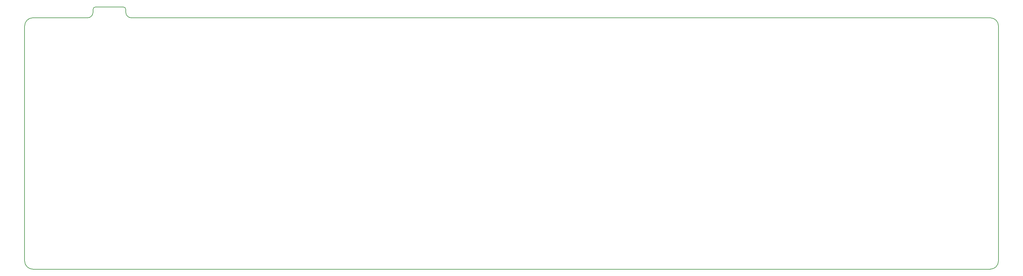
<source format=gm1>
G04 #@! TF.GenerationSoftware,KiCad,Pcbnew,(5.1.2)-1*
G04 #@! TF.CreationDate,2019-05-24T19:58:44-07:00*
G04 #@! TF.ProjectId,Voyager50,566f7961-6765-4723-9530-2e6b69636164,rev?*
G04 #@! TF.SameCoordinates,Original*
G04 #@! TF.FileFunction,Profile,NP*
%FSLAX46Y46*%
G04 Gerber Fmt 4.6, Leading zero omitted, Abs format (unit mm)*
G04 Created by KiCad (PCBNEW (5.1.2)-1) date 2019-05-24 19:58:44*
%MOMM*%
%LPD*%
G04 APERTURE LIST*
%ADD10C,0.150000*%
G04 APERTURE END LIST*
D10*
X317500000Y-102393750D02*
X317500000Y-34131250D01*
X37306250Y-104775000D02*
X315118750Y-104775000D01*
X34925000Y-34131250D02*
X34925000Y-102393750D01*
X53181250Y-31750000D02*
X37306250Y-31750000D01*
X315118750Y-31750000D02*
X65881250Y-31750000D01*
X315118750Y-31750000D02*
G75*
G02X317500000Y-34131250I0J-2381250D01*
G01*
X317500000Y-102393750D02*
G75*
G02X315118750Y-104775000I-2381250J0D01*
G01*
X37306250Y-104775000D02*
G75*
G02X34925000Y-102393750I0J2381250D01*
G01*
X34925000Y-34131250D02*
G75*
G02X37306250Y-31750000I2381250J0D01*
G01*
X54768750Y-29368750D02*
X54768750Y-30162500D01*
X63500000Y-28575000D02*
X55562500Y-28575000D01*
X64293750Y-30162500D02*
X64293750Y-29368750D01*
X54768750Y-30162500D02*
G75*
G02X53181250Y-31750000I-1587500J0D01*
G01*
X65881250Y-31750000D02*
G75*
G02X64293750Y-30162500I0J1587500D01*
G01*
X63500000Y-28575000D02*
G75*
G02X64293750Y-29368750I0J-793750D01*
G01*
X54768750Y-29368750D02*
G75*
G02X55562500Y-28575000I793750J0D01*
G01*
M02*

</source>
